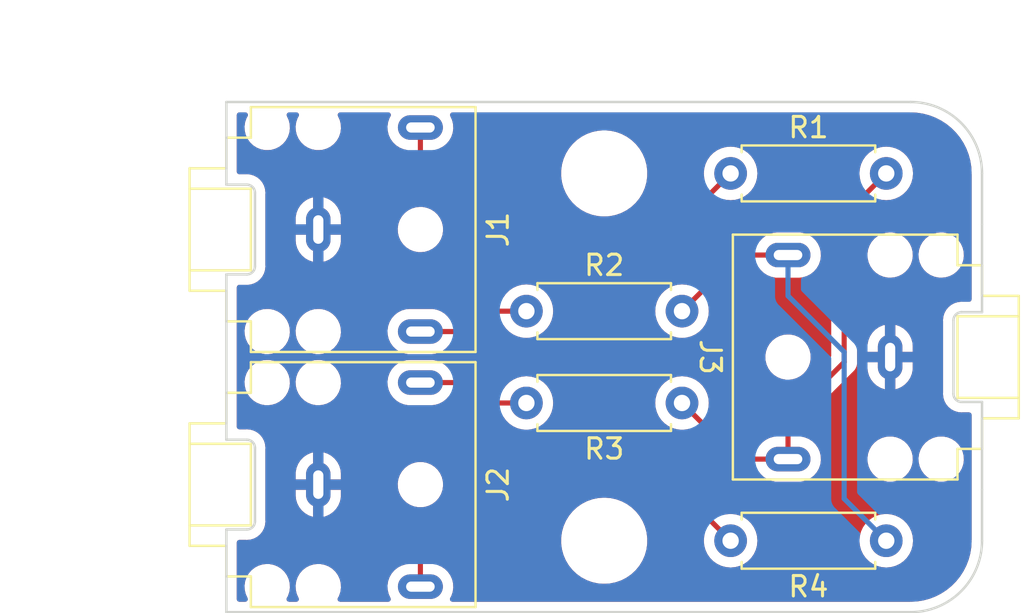
<source format=kicad_pcb>
(kicad_pcb (version 20211014) (generator pcbnew)
  (layers (0 "F.Cu" signal) (31 "B.Cu" signal) (34 "B.Paste" user) (35 "F.Paste" user) (36 "B.SilkS" user "B.Silkscreen") (37 "F.SilkS" user "F.Silkscreen") (38 "B.Mask" user) (39 "F.Mask" user) (44 "Edge.Cuts" user))
  (net 0 "")
  (net 1 "Net-(J1-PadR)")
  (net 2 "Net-(J1-PadT)")
  (net 3 "Net-(R4-Pad1)")
  (net 4 "Net-(R3-Pad1)")
  (net 5 "Net-(R2-Pad2)")
  (net 6 "Net-(R1-Pad2)")
  (net 7 "GND")
  (footprint "Connector_Audio:Jack_3.5mm_CUI_SJ1-3523N_Horizontal" (layer "F.Cu") (at 94.48 61.434 90)
    (fp_text reference "J3" (at 0 -8.8 270 unlocked) (layer "F.SilkS"))
    (fp_text value "Output")
    (fp_line (start -4.5 4.5) (end -4.5 3.3) (layer "F.SilkS") (width 0.12))
    (fp_line (start 2 6.3) (end 2 3.3) (layer "F.SilkS") (width 0.12))
    (fp_line (start 6 -7.7) (end 6 3.3) (layer "F.SilkS") (width 0.12))
    (fp_line (start 6 3.3) (end 4.5 3.3) (layer "F.SilkS") (width 0.12))
    (fp_line (start -6 3.3) (end -6 -7.7) (layer "F.SilkS") (width 0.12))
    (fp_line (start 3 6.3) (end -3 6.3) (layer "F.SilkS") (width 0.12))
    (fp_line (start -3 6.3) (end -3 4.5) (layer "F.SilkS") (width 0.12))
    (fp_line (start -3 4.5) (end -4.5 4.5) (layer "F.SilkS") (width 0.12))
    (fp_line (start 4.5 3.3) (end 4.5 4.5) (layer "F.SilkS") (width 0.12))
    (fp_line (start 2 3.3) (end -2 3.3) (layer "F.SilkS") (width 0.12))
    (fp_line (start 3 4.5) (end 3 6.3) (layer "F.SilkS") (width 0.12))
    (fp_line (start -6 -7.7) (end 6 -7.7) (layer "F.SilkS") (width 0.12))
    (fp_line (start -2 3.3) (end -2 6.3) (layer "F.SilkS") (width 0.12))
    (fp_line (start 4.5 4.5) (end 3 4.5) (layer "F.SilkS") (width 0.12))
    (fp_line (start -4.5 3.3) (end -6 3.3) (layer "F.SilkS") (width 0.12))
    (fp_line (start 2.2 4.5) (end 6.5 4.5) (layer "Edge.Cuts") (width 0.12))
    (fp_line (start -2.2 3.5) (end -2.2 4.5) (layer "Edge.Cuts") (width 0.12))
    (fp_line (start 2.2 3.5) (end 2.2 4.5) (layer "Edge.Cuts") (width 0.12))
    (fp_line (start 1.8 3.1) (end -1.8 3.1) (layer "Edge.Cuts") (width 0.12))
    (fp_line (start -2.2 4.5) (end -6.5 4.5) (layer "Edge.Cuts") (width 0.12))
    (fp_arc (start -2.2 3.5) (mid -2.082842 3.217158) (end -1.8 3.1) (layer "Edge.Cuts") (width 0.12))
    (fp_arc (start 1.8 3.1) (mid 2.082843 3.217157) (end 2.2 3.5) (layer "Edge.Cuts") (width 0.12))
    (pad "" np_thru_hole circle (at -5 2.5 90) (size 1.2 1.2) (drill 1.2) (layers *.Cu))
    (pad "" np_thru_hole circle (at -5 0 90) (size 1.2 1.2) (drill 1.2) (layers *.Cu))
    (pad "" np_thru_hole circle (at 0 -5 90) (size 1.2 1.2) (drill 1.2) (layers *.Cu))
    (pad "" np_thru_hole circle (at 5 2.5 90) (size 1.2 1.2) (drill 1.2) (layers *.Cu))
    (pad "" np_thru_hole circle (at 5 0 90) (size 1.2 1.2) (drill 1.2) (layers *.Cu))
    (pad "R" thru_hole oval (at -5 -5 90) (size 1.2 2.2) (drill oval 0.5 1.4) (layers *.Cu *.Mask) (net 6 "Net-(R1-Pad2)"))
    (pad "S" thru_hole oval (at 0 0 90) (size 2.2 1.2) (drill oval 1.4 0.5) (layers *.Cu *.Mask) (net 7 "GND"))
    (pad "T" thru_hole oval (at 5 -5 270) (size 1.2 2.2) (drill oval 0.5 1.4) (layers *.Cu *.Mask) (net 5 "Net-(R2-Pad2)"))
  )
  (footprint "Resistor_THT:R_Axial_DIN0207_L6.3mm_D2.5mm_P7.62mm_Horizontal" (layer "F.Cu") (at 76.67 59.184)
    (fp_text reference "R2" (at 3.81 -2.25) (layer "F.SilkS"))
    (fp_text value "10K")
    (fp_line (start 0.54 1.37) (end 7.08 1.37) (layer "F.SilkS") (width 0.12))
    (fp_line (start 0.54 1.04) (end 0.54 1.37) (layer "F.SilkS") (width 0.12))
    (fp_line (start 7.08 1.37) (end 7.08 1.04) (layer "F.SilkS") (width 0.12))
    (fp_line (start 7.08 -1.37) (end 7.08 -1.04) (layer "F.SilkS") (width 0.12))
    (fp_line (start 0.54 -1.37) (end 7.08 -1.37) (layer "F.SilkS") (width 0.12))
    (fp_line (start 0.54 -1.04) (end 0.54 -1.37) (layer "F.SilkS") (width 0.12))
    (pad "1" thru_hole circle (at 0 0) (size 1.6 1.6) (drill 0.8) (layers *.Cu *.Mask) (net 2 "Net-(J1-PadT)"))
    (pad "2" thru_hole oval (at 7.62 0) (size 1.6 1.6) (drill 0.8) (layers *.Cu *.Mask) (net 5 "Net-(R2-Pad2)"))
  )
  (footprint "Connector_Audio:Jack_3.5mm_CUI_SJ1-3523N_Horizontal" (layer "F.Cu") (at 66.48 67.684 -90)
    (fp_text reference "J2" (at 0 -8.8 90) (layer "F.SilkS"))
    (fp_text value "Input 2")
    (fp_line (start 2 6.3) (end 2 3.3) (layer "F.SilkS") (width 0.12))
    (fp_line (start 6 -7.7) (end 6 3.3) (layer "F.SilkS") (width 0.12))
    (fp_line (start -4.5 3.3) (end -6 3.3) (layer "F.SilkS") (width 0.12))
    (fp_line (start 4.5 3.3) (end 4.5 4.5) (layer "F.SilkS") (width 0.12))
    (fp_line (start 2 3.3) (end -2 3.3) (layer "F.SilkS") (width 0.12))
    (fp_line (start -6 -7.7) (end 6 -7.7) (layer "F.SilkS") (width 0.12))
    (fp_line (start -2 3.3) (end -2 6.3) (layer "F.SilkS") (width 0.12))
    (fp_line (start -3 4.5) (end -4.5 4.5) (layer "F.SilkS") (width 0.12))
    (fp_line (start -4.5 4.5) (end -4.5 3.3) (layer "F.SilkS") (width 0.12))
    (fp_line (start 3 6.3) (end -3 6.3) (layer "F.SilkS") (width 0.12))
    (fp_line (start 6 3.3) (end 4.5 3.3) (layer "F.SilkS") (width 0.12))
    (fp_line (start 4.5 4.5) (end 3 4.5) (layer "F.SilkS") (width 0.12))
    (fp_line (start 3 4.5) (end 3 6.3) (layer "F.SilkS") (width 0.12))
    (fp_line (start -6 3.3) (end -6 -7.7) (layer "F.SilkS") (width 0.12))
    (fp_line (start -3 6.3) (end -3 4.5) (layer "F.SilkS") (width 0.12))
    (fp_line (start 1.8 3.1) (end -1.8 3.1) (layer "Edge.Cuts") (width 0.12))
    (fp_line (start -2.2 3.5) (end -2.2 4.5) (layer "Edge.Cuts") (width 0.12))
    (fp_line (start 2.2 3.5) (end 2.2 4.5) (layer "Edge.Cuts") (width 0.12))
    (fp_arc (start 1.8 3.1) (mid 2.082843 3.217157) (end 2.2 3.5) (layer "Edge.Cuts") (width 0.12))
    (fp_arc (start -2.2 3.5) (mid -2.082842 3.217158) (end -1.8 3.1) (layer "Edge.Cuts") (width 0.12))
    (pad "" np_thru_hole circle (at 5 2.5 270) (size 1.2 1.2) (drill 1.2) (layers *.Cu))
    (pad "" np_thru_hole circle (at -5 0 270) (size 1.2 1.2) (drill 1.2) (layers *.Cu))
    (pad "" np_thru_hole circle (at -5 2.5 270) (size 1.2 1.2) (drill 1.2) (layers *.Cu))
    (pad "" np_thru_hole circle (at 5 0 270) (size 1.2 1.2) (drill 1.2) (layers *.Cu))
    (pad "" np_thru_hole circle (at 0 -5 270) (size 1.2 1.2) (drill 1.2) (layers *.Cu))
    (pad "R" thru_hole oval (at -5 -5 270) (size 1.2 2.2) (drill oval 0.5 1.4) (layers *.Cu *.Mask) (net 4 "Net-(R3-Pad1)"))
    (pad "S" thru_hole oval (at 0 0 270) (size 2.2 1.2) (drill oval 1.4 0.5) (layers *.Cu *.Mask) (net 7 "GND"))
    (pad "T" thru_hole oval (at 5 -5 90) (size 1.2 2.2) (drill oval 0.5 1.4) (layers *.Cu *.Mask) (net 3 "Net-(R4-Pad1)"))
  )
  (footprint "MountingHole:MountingHole_3.2mm_M3" (layer "F.Cu") (at 80.48 52.434)
    (fp_text reference "REF**" hide)
    (fp_text value "MountingHole_3.2mm_M3")
    (pad "" np_thru_hole circle (at 0 0) (size 3.2 3.2) (drill 3.2) (layers *.Cu *.Mask))
  )
  (footprint "Connector_Audio:Jack_3.5mm_CUI_SJ1-3523N_Horizontal" (layer "F.Cu") (at 66.48 55.184 -90)
    (fp_text reference "J1" (at 0 -8.8 -90) (layer "F.SilkS"))
    (fp_text value "Input 1")
    (fp_line (start 6 3.3) (end 4.5 3.3) (layer "F.SilkS") (width 0.12))
    (fp_line (start 3 6.3) (end -3 6.3) (layer "F.SilkS") (width 0.12))
    (fp_line (start -4.5 3.3) (end -6 3.3) (layer "F.SilkS") (width 0.12))
    (fp_line (start 2 3.3) (end -2 3.3) (layer "F.SilkS") (width 0.12))
    (fp_line (start -3 6.3) (end -3 4.5) (layer "F.SilkS") (width 0.12))
    (fp_line (start -6 -7.7) (end 6 -7.7) (layer "F.SilkS") (width 0.12))
    (fp_line (start 3 4.5) (end 3 6.3) (layer "F.SilkS") (width 0.12))
    (fp_line (start -6 3.3) (end -6 -7.7) (layer "F.SilkS") (width 0.12))
    (fp_line (start -4.5 4.5) (end -4.5 3.3) (layer "F.SilkS") (width 0.12))
    (fp_line (start -2 3.3) (end -2 6.3) (layer "F.SilkS") (width 0.12))
    (fp_line (start 2 6.3) (end 2 3.3) (layer "F.SilkS") (width 0.12))
    (fp_line (start 6 -7.7) (end 6 3.3) (layer "F.SilkS") (width 0.12))
    (fp_line (start 4.5 3.3) (end 4.5 4.5) (layer "F.SilkS") (width 0.12))
    (fp_line (start -3 4.5) (end -4.5 4.5) (layer "F.SilkS") (width 0.12))
    (fp_line (start 4.5 4.5) (end 3 4.5) (layer "F.SilkS") (width 0.12))
    (fp_line (start 2.2 3.5) (end 2.2 4.5) (layer "Edge.Cuts") (width 0.12))
    (fp_line (start -2.2 3.5) (end -2.2 4.5) (layer "Edge.Cuts") (width 0.12))
    (fp_line (start 1.8 3.1) (end -1.8 3.1) (layer "Edge.Cuts") (width 0.12))
    (fp_arc (start -2.2 3.5) (mid -2.082842 3.217158) (end -1.8 3.1) (layer "Edge.Cuts") (width 0.12))
    (fp_arc (start 1.8 3.1) (mid 2.082843 3.217157) (end 2.2 3.5) (layer "Edge.Cuts") (width 0.12))
    (pad "" np_thru_hole circle (at 5 2.5 270) (size 1.2 1.2) (drill 1.2) (layers *.Cu))
    (pad "" np_thru_hole circle (at 0 -5 270) (size 1.2 1.2) (drill 1.2) (layers *.Cu))
    (pad "" np_thru_hole circle (at 5 0 270) (size 1.2 1.2) (drill 1.2) (layers *.Cu))
    (pad "" np_thru_hole circle (at -5 2.5 270) (size 1.2 1.2) (drill 1.2) (layers *.Cu))
    (pad "" np_thru_hole circle (at -5 0 270) (size 1.2 1.2) (drill 1.2) (layers *.Cu))
    (pad "R" thru_hole oval (at -5 -5 270) (size 1.2 2.2) (drill oval 0.5 1.4) (layers *.Cu *.Mask) (net 1 "Net-(J1-PadR)"))
    (pad "S" thru_hole oval (at 0 0 270) (size 2.2 1.2) (drill oval 1.4 0.5) (layers *.Cu *.Mask) (net 7 "GND"))
    (pad "T" thru_hole oval (at 5 -5 90) (size 1.2 2.2) (drill oval 0.5 1.4) (layers *.Cu *.Mask) (net 2 "Net-(J1-PadT)"))
  )
  (footprint "MountingHole:MountingHole_3.2mm_M3" (layer "F.Cu") (at 80.48 70.434)
    (fp_text reference "REF**" hide)
    (fp_text value "MountingHole_3.2mm_M3" hide)
    (pad "" np_thru_hole circle (at 0 0) (size 3.2 3.2) (drill 3.2) (layers F&B.Cu *.Mask))
  )
  (footprint "Resistor_THT:R_Axial_DIN0207_L6.3mm_D2.5mm_P7.62mm_Horizontal" (layer "F.Cu") (at 76.67 63.684)
    (fp_text reference "R3" (at 3.81 2.25) (layer "F.SilkS"))
    (fp_text value "10K")
    (fp_line (start 0.54 1.04) (end 0.54 1.37) (layer "F.SilkS") (width 0.12))
    (fp_line (start 7.08 -1.37) (end 7.08 -1.04) (layer "F.SilkS") (width 0.12))
    (fp_line (start 0.54 -1.37) (end 7.08 -1.37) (layer "F.SilkS") (width 0.12))
    (fp_line (start 0.54 1.37) (end 7.08 1.37) (layer "F.SilkS") (width 0.12))
    (fp_line (start 7.08 1.37) (end 7.08 1.04) (layer "F.SilkS") (width 0.12))
    (fp_line (start 0.54 -1.04) (end 0.54 -1.37) (layer "F.SilkS") (width 0.12))
    (pad "1" thru_hole circle (at 0 0) (size 1.6 1.6) (drill 0.8) (layers *.Cu *.Mask) (net 4 "Net-(R3-Pad1)"))
    (pad "2" thru_hole oval (at 7.62 0) (size 1.6 1.6) (drill 0.8) (layers *.Cu *.Mask) (net 6 "Net-(R1-Pad2)"))
  )
  (footprint "Resistor_THT:R_Axial_DIN0207_L6.3mm_D2.5mm_P7.62mm_Horizontal" (layer "F.Cu") (at 86.67 70.434)
    (fp_text reference "R4" (at 3.81 2.25) (layer "F.SilkS"))
    (fp_text value "10K")
    (fp_line (start 7.08 1.37) (end 7.08 1.04) (layer "F.SilkS") (width 0.12))
    (fp_line (start 0.54 1.04) (end 0.54 1.37) (layer "F.SilkS") (width 0.12))
    (fp_line (start 0.54 1.37) (end 7.08 1.37) (layer "F.SilkS") (width 0.12))
    (fp_line (start 7.08 -1.37) (end 7.08 -1.04) (layer "F.SilkS") (width 0.12))
    (fp_line (start 0.54 -1.37) (end 7.08 -1.37) (layer "F.SilkS") (width 0.12))
    (fp_line (start 0.54 -1.04) (end 0.54 -1.37) (layer "F.SilkS") (width 0.12))
    (pad "1" thru_hole circle (at 0 0) (size 1.6 1.6) (drill 0.8) (layers *.Cu *.Mask) (net 3 "Net-(R4-Pad1)"))
    (pad "2" thru_hole oval (at 7.62 0) (size 1.6 1.6) (drill 0.8) (layers *.Cu *.Mask) (net 5 "Net-(R2-Pad2)"))
  )
  (footprint "Resistor_THT:R_Axial_DIN0207_L6.3mm_D2.5mm_P7.62mm_Horizontal" (layer "F.Cu") (at 86.67 52.434)
    (fp_text reference "R1" (at 3.81 -2.25) (layer "F.SilkS"))
    (fp_text value "10K")
    (fp_line (start 0.54 -1.37) (end 7.08 -1.37) (layer "F.SilkS") (width 0.12))
    (fp_line (start 0.54 1.04) (end 0.54 1.37) (layer "F.SilkS") (width 0.12))
    (fp_line (start 7.08 1.37) (end 7.08 1.04) (layer "F.SilkS") (width 0.12))
    (fp_line (start 0.54 1.37) (end 7.08 1.37) (layer "F.SilkS") (width 0.12))
    (fp_line (start 0.54 -1.04) (end 0.54 -1.37) (layer "F.SilkS") (width 0.12))
    (fp_line (start 7.08 -1.37) (end 7.08 -1.04) (layer "F.SilkS") (width 0.12))
    (pad "1" thru_hole circle (at 0 0) (size 1.6 1.6) (drill 0.8) (layers *.Cu *.Mask) (net 1 "Net-(J1-PadR)"))
    (pad "2" thru_hole oval (at 7.62 0) (size 1.6 1.6) (drill 0.8) (layers *.Cu *.Mask) (net 6 "Net-(R1-Pad2)"))
  )
  (gr_line (start 61.98 48.934) (end 95.48 48.934) (layer "Edge.Cuts") (width 0.12))
  (gr_line (start 61.98 73.934) (end 95.48 73.934) (layer "Edge.Cuts") (width 0.12))
  (gr_line (start 61.98 52.984) (end 61.98 48.934) (layer "Edge.Cuts") (width 0.12))
  (gr_line (start 98.98 54.934) (end 98.98 52.434) (layer "Edge.Cuts") (width 0.12))
  (gr_arc (start 95.48 48.934) (mid 97.954874 49.959126) (end 98.98 52.434) (layer "Edge.Cuts") (width 0.12))
  (gr_arc (start 98.98 70.434) (mid 97.954874 72.908874) (end 95.48 73.934) (layer "Edge.Cuts") (width 0.12))
  (gr_line (start 61.98 57.384) (end 61.98 65.484) (layer "Edge.Cuts") (width 0.12))
  (gr_line (start 98.98 70.434) (end 98.98 67.934) (layer "Edge.Cuts") (width 0.12))
  (gr_line (start 61.98 69.884) (end 61.98 73.934) (layer "Edge.Cuts") (width 0.12))
  (segment (start 71.48 50.184) (end 71.48 51.434) (width 0.25) (layer "F.Cu") (net 1))
  (segment (start 75.98 55.934) (end 83.17 55.934) (width 0.25) (layer "F.Cu") (net 1))
  (segment (start 83.17 55.934) (end 86.67 52.434) (width 0.25) (layer "F.Cu") (net 1))
  (segment (start 71.48 51.434) (end 75.98 55.934) (width 0.25) (layer "F.Cu") (net 1))
  (segment (start 73.98 60.184) (end 74.98 59.184) (width 0.25) (layer "F.Cu") (net 2))
  (segment (start 71.48 60.184) (end 73.98 60.184) (width 0.25) (layer "F.Cu") (net 2))
  (segment (start 74.98 59.184) (end 76.67 59.184) (width 0.25) (layer "F.Cu") (net 2))
  (segment (start 75.98 66.934) (end 83.17 66.934) (width 0.25) (layer "F.Cu") (net 3))
  (segment (start 83.17 66.934) (end 86.67 70.434) (width 0.25) (layer "F.Cu") (net 3))
  (segment (start 71.48 72.684) (end 71.48 71.434) (width 0.25) (layer "F.Cu") (net 3))
  (segment (start 71.48 71.434) (end 75.98 66.934) (width 0.25) (layer "F.Cu") (net 3))
  (segment (start 71.48 62.684) (end 73.95 62.684) (width 0.25) (layer "F.Cu") (net 4))
  (segment (start 74.95 63.684) (end 76.67 63.684) (width 0.25) (layer "F.Cu") (net 4))
  (segment (start 73.95 62.684) (end 74.95 63.684) (width 0.25) (layer "F.Cu") (net 4))
  (segment (start 87.04 56.434) (end 84.29 59.184) (width 0.25) (layer "F.Cu") (net 5))
  (segment (start 89.48 56.434) (end 87.04 56.434) (width 0.25) (layer "F.Cu") (net 5))
  (segment (start 92.23 68.374) (end 92.23 61.184) (width 0.25) (layer "B.Cu") (net 5))
  (segment (start 92.23 61.184) (end 89.48 58.434) (width 0.25) (layer "B.Cu") (net 5))
  (segment (start 89.48 58.434) (end 89.48 56.434) (width 0.25) (layer "B.Cu") (net 5))
  (segment (start 94.29 70.434) (end 92.23 68.374) (width 0.25) (layer "B.Cu") (net 5))
  (segment (start 87.04 66.434) (end 84.29 63.684) (width 0.25) (layer "F.Cu") (net 6))
  (segment (start 92.23 61.684) (end 89.48 64.434) (width 0.25) (layer "F.Cu") (net 6))
  (segment (start 94.29 52.434) (end 92.23 54.494) (width 0.25) (layer "F.Cu") (net 6))
  (segment (start 89.48 64.434) (end 89.48 66.434) (width 0.25) (layer "F.Cu") (net 6))
  (segment (start 92.23 54.494) (end 92.23 61.684) (width 0.25) (layer "F.Cu") (net 6))
  (segment (start 89.48 66.434) (end 87.04 66.434) (width 0.25) (layer "F.Cu") (net 6))
  (zone (net 7) (net_name "GND") (layers F&B.Cu) (connect_pads (clearance 0.508)) (min_thickness 0.254) (fill yes (thermal_gap 0.508) (thermal_bridge_width 0.508))
    (polygon (pts (xy 98.98 73.934) (xy 61.98 73.934) (xy 61.98 48.934) (xy 98.98 48.934)))
  )
)
</source>
